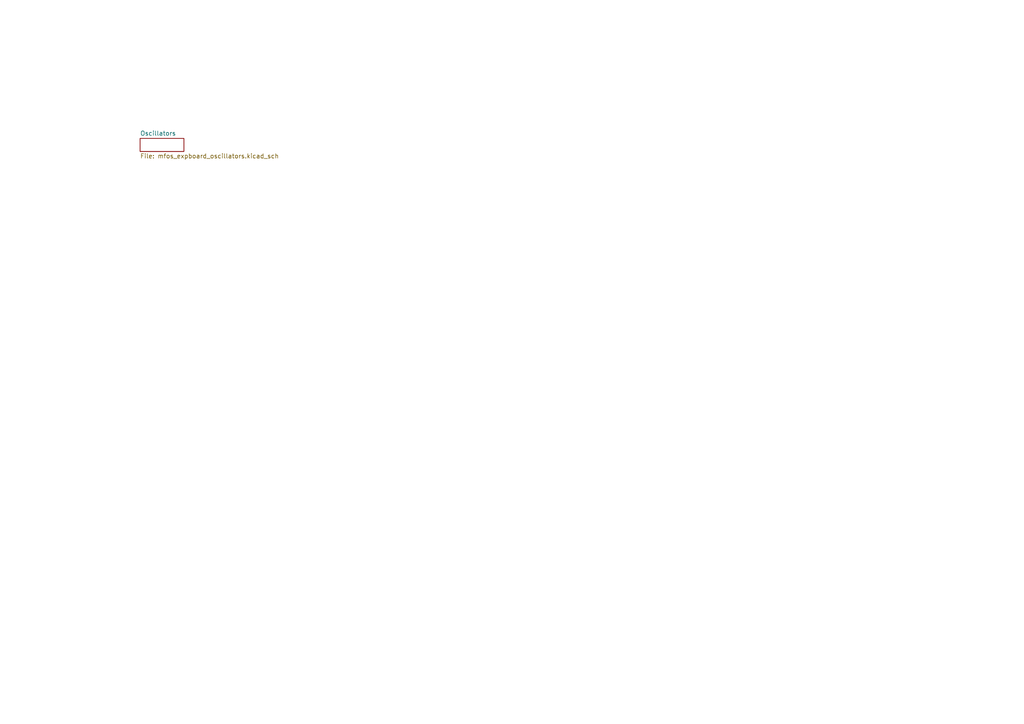
<source format=kicad_sch>
(kicad_sch (version 20211123) (generator eeschema)
  (paper "A4")
  (lib_symbols)
  (sheet (at 40.64 40.132) (size 12.7 3.81) (stroke (width 0.1524))
    (property "Sheet name" "Oscillators" (at 40.64 39.4204 0) (effects (justify left bottom)))
    (property "Sheet file" "mfos_expboard_oscillators.kicad_sch" (at 40.64 44.5266 0) (effects (justify left top)))
  )
)
</source>
